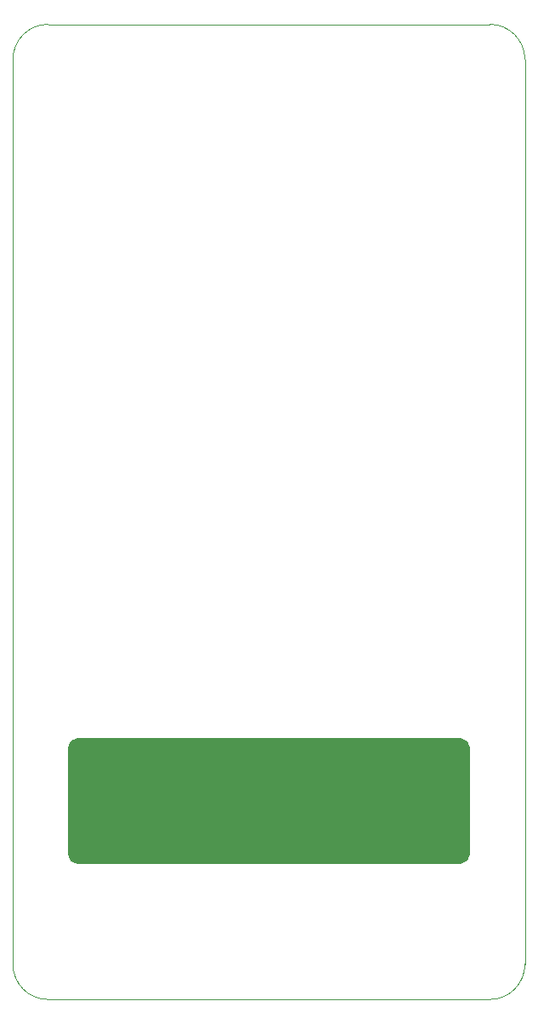
<source format=gbr>
%TF.GenerationSoftware,Altium Limited,Altium Designer,22.5.1 (42)*%
G04 Layer_Color=0*
%FSLAX45Y45*%
%MOMM*%
%TF.SameCoordinates,2641221E-3FAC-4475-AA3C-923D0AF84551*%
%TF.FilePolarity,Positive*%
%TF.FileFunction,Profile,NP*%
%TF.Part,Single*%
G01*
G75*
%TA.AperFunction,Profile*%
%ADD49C,0.02540*%
G36*
X-1900000Y-3500000D02*
X-1909849Y-3500000D01*
X-1929169Y-3496158D01*
X-1947368Y-3488620D01*
X-1963746Y-3477677D01*
X-1977675Y-3463748D01*
X-1988619Y-3447370D01*
X-1996157Y-3429171D01*
X-2000000Y-3409852D01*
X-2000000Y-3400003D01*
X-2000000Y-3400001D01*
Y-2350000D01*
X-2000000Y-2340151D01*
X-1996157Y-2320832D01*
X-1988619Y-2302633D01*
X-1977675Y-2286255D01*
X-1963746Y-2272326D01*
X-1947368Y-2261382D01*
X-1929169Y-2253844D01*
X-1909850Y-2250001D01*
X-1900001Y-2250002D01*
X-1900000Y-2250001D01*
X1900000Y-2250001D01*
X1909849Y-2250000D01*
X1929169Y-2253843D01*
X1947368Y-2261381D01*
X1963747Y-2272325D01*
X1977675Y-2286253D01*
X1988619Y-2302632D01*
X1996157Y-2320831D01*
X2000000Y-2340151D01*
X2000000Y-2350000D01*
X2000000Y-2350000D01*
X2000000Y-3400000D01*
X2000000Y-3409849D01*
X1996158Y-3429170D01*
X1988620Y-3447369D01*
X1977676Y-3463747D01*
X1963747Y-3477677D01*
X1947368Y-3488620D01*
X1929169Y-3496158D01*
X1909849Y-3500001D01*
X1900000Y-3500000D01*
X1900000D01*
X-1900000D01*
D02*
G37*
D49*
X-2200001Y-4849499D02*
G02*
X-2550001Y-4499499I0J350000D01*
G01*
Y4500501D01*
D02*
G02*
X-2200001Y4850501I350000J0D01*
G01*
X2199999D01*
D02*
G02*
X2549999Y4500501I0J-350000D01*
G01*
X2549999Y-4499499D01*
D02*
G02*
X2199999Y-4849499I-350000J0D01*
G01*
X-2200001D01*
%TF.MD5,504b0a6d1b058cd7f39a699b798e9298*%
M02*

</source>
